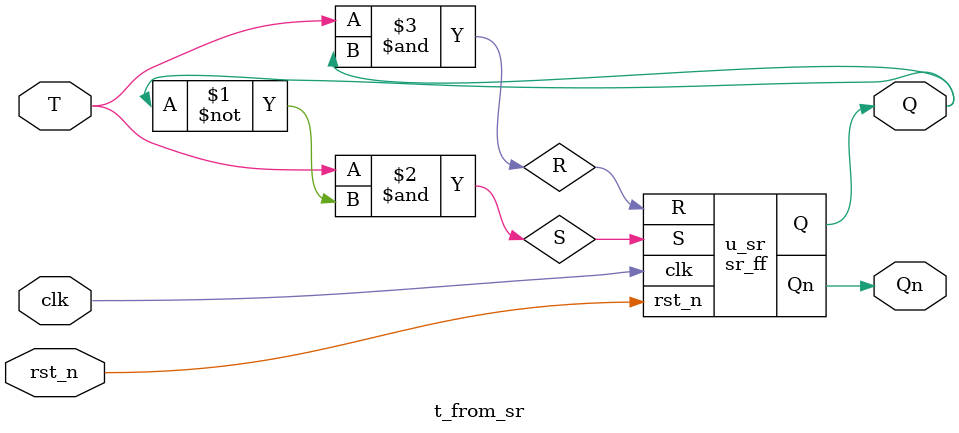
<source format=v>
`timescale 1ns / 1ps
module sr_ff (
    input  wire S,        // Set
    input  wire R,        // Reset
    input  wire clk,      // Clock
    input  wire rst_n,    // Active-low reset
    output reg  Q,        // Output
    output wire Qn        // Complement
);
    assign Qn = ~Q;

    always @(posedge clk or negedge rst_n) begin
        if (!rst_n)
            Q <= 1'b0;    // Reset output
        else begin
            case ({S, R})
                2'b00: Q <= Q;     // Hold
                2'b01: Q <= 1'b0;  // Reset
                2'b10: Q <= 1'b1;  // Set
                2'b11: Q <= Q;     // Avoid invalid state
            endcase
        end
    end
endmodule
module t_from_sr (
    input  wire T,        // T input
    input  wire clk,
    input  wire rst_n,
    output wire Q,
    output wire Qn
);
    wire S, R;

    // SR inputs from T
    assign S = T & ~Q;
    assign R = T & Q;

    // SR Flip-Flop instance
    sr_ff u_sr (
        .S(S),
        .R(R),
        .clk(clk),
        .rst_n(rst_n),
        .Q(Q),
        .Qn(Qn)
    );
endmodule

</source>
